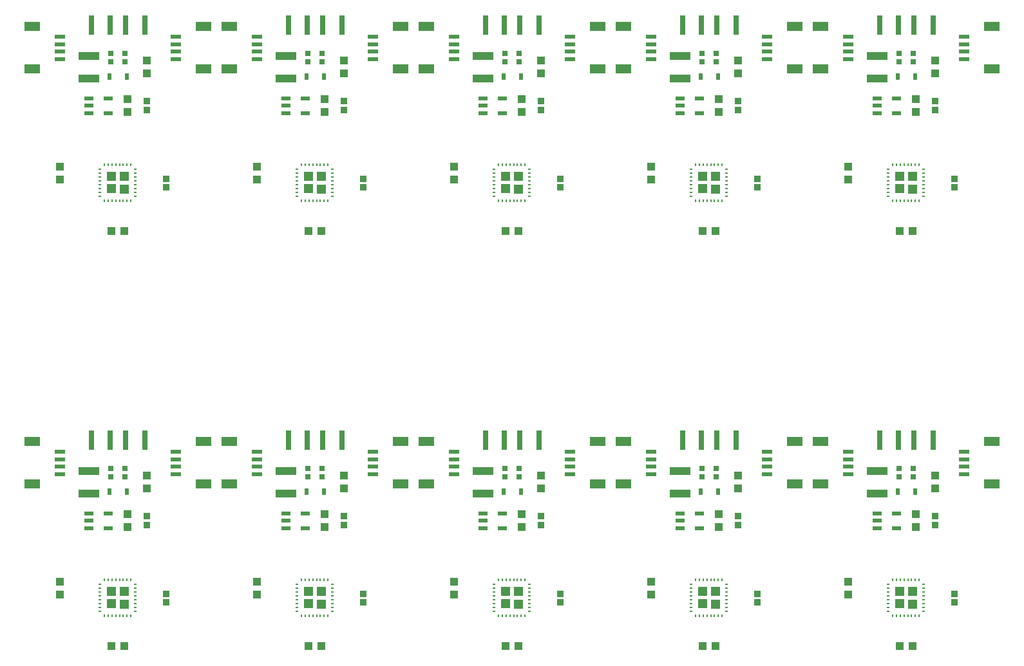
<source format=gtp>
G04 EAGLE Gerber RS-274X export*
G75*
%MOMM*%
%FSLAX34Y34*%
%LPD*%
%INSolderpaste Top*%
%IPPOS*%
%AMOC8*
5,1,8,0,0,1.08239X$1,22.5*%
G01*
%ADD10R,2.000000X1.200000*%
%ADD11R,1.350000X0.600000*%
%ADD12R,1.200000X0.550000*%
%ADD13R,0.900000X0.850000*%
%ADD14R,1.000000X1.100000*%
%ADD15R,0.250000X0.400000*%
%ADD16R,0.400000X0.250000*%
%ADD17R,1.143000X1.143000*%
%ADD18R,0.800000X2.500000*%
%ADD19R,1.100000X1.000000*%
%ADD20R,0.700000X0.700000*%
%ADD21R,0.630000X0.830000*%
%ADD22R,2.800000X1.000000*%


D10*
X239950Y276800D03*
X239950Y332800D03*
D11*
X203200Y289800D03*
X203200Y299800D03*
X203200Y309800D03*
X203200Y319800D03*
D12*
X88599Y238100D03*
X88599Y228600D03*
X88599Y219100D03*
X114601Y219100D03*
X114601Y238100D03*
D13*
X190500Y121200D03*
X190500Y132800D03*
D14*
X139700Y237100D03*
X139700Y220100D03*
X50800Y148200D03*
X50800Y131200D03*
D13*
X165354Y234908D03*
X165354Y223308D03*
D15*
X109100Y150900D03*
X114100Y150900D03*
X119100Y150900D03*
X124100Y150900D03*
X129100Y150900D03*
X134100Y150900D03*
X139100Y150900D03*
X144100Y150900D03*
D16*
X150100Y109900D03*
X150100Y114900D03*
X150100Y119900D03*
X150100Y124900D03*
X150100Y129900D03*
X150100Y134900D03*
X150100Y139900D03*
X150100Y144900D03*
D15*
X144100Y103900D03*
X139100Y103900D03*
X134100Y103900D03*
X129100Y103900D03*
X124100Y103900D03*
X119100Y103900D03*
X114100Y103900D03*
X109100Y103900D03*
D16*
X103100Y144900D03*
X103100Y139900D03*
X103100Y134900D03*
X103100Y129900D03*
X103100Y124900D03*
X103100Y119900D03*
X103100Y114900D03*
X103100Y109900D03*
D17*
X135455Y135425D03*
X135555Y119245D03*
X118515Y135525D03*
X118515Y119345D03*
D18*
X137270Y335000D03*
X116730Y335000D03*
X162508Y335000D03*
X92000Y335000D03*
D10*
X14050Y332800D03*
X14050Y276800D03*
D11*
X50800Y319800D03*
X50800Y309800D03*
X50800Y299800D03*
X50800Y289800D03*
D19*
X135500Y63500D03*
X118500Y63500D03*
D20*
X136150Y297600D03*
X136150Y286600D03*
X117850Y286600D03*
X117850Y297600D03*
D21*
X115500Y266700D03*
X138500Y266700D03*
D14*
X165100Y270900D03*
X165100Y287900D03*
D22*
X88900Y294400D03*
X88900Y264400D03*
D10*
X499030Y276800D03*
X499030Y332800D03*
D11*
X462280Y289800D03*
X462280Y299800D03*
X462280Y309800D03*
X462280Y319800D03*
D12*
X347679Y238100D03*
X347679Y228600D03*
X347679Y219100D03*
X373681Y219100D03*
X373681Y238100D03*
D13*
X449580Y121200D03*
X449580Y132800D03*
D14*
X398780Y237100D03*
X398780Y220100D03*
X309880Y148200D03*
X309880Y131200D03*
D13*
X424434Y234908D03*
X424434Y223308D03*
D15*
X368180Y150900D03*
X373180Y150900D03*
X378180Y150900D03*
X383180Y150900D03*
X388180Y150900D03*
X393180Y150900D03*
X398180Y150900D03*
X403180Y150900D03*
D16*
X409180Y109900D03*
X409180Y114900D03*
X409180Y119900D03*
X409180Y124900D03*
X409180Y129900D03*
X409180Y134900D03*
X409180Y139900D03*
X409180Y144900D03*
D15*
X403180Y103900D03*
X398180Y103900D03*
X393180Y103900D03*
X388180Y103900D03*
X383180Y103900D03*
X378180Y103900D03*
X373180Y103900D03*
X368180Y103900D03*
D16*
X362180Y144900D03*
X362180Y139900D03*
X362180Y134900D03*
X362180Y129900D03*
X362180Y124900D03*
X362180Y119900D03*
X362180Y114900D03*
X362180Y109900D03*
D17*
X394535Y135425D03*
X394635Y119245D03*
X377595Y135525D03*
X377595Y119345D03*
D18*
X396350Y335000D03*
X375810Y335000D03*
X421588Y335000D03*
X351080Y335000D03*
D10*
X273130Y332800D03*
X273130Y276800D03*
D11*
X309880Y319800D03*
X309880Y309800D03*
X309880Y299800D03*
X309880Y289800D03*
D19*
X394580Y63500D03*
X377580Y63500D03*
D20*
X395230Y297600D03*
X395230Y286600D03*
X376930Y286600D03*
X376930Y297600D03*
D21*
X374580Y266700D03*
X397580Y266700D03*
D14*
X424180Y270900D03*
X424180Y287900D03*
D22*
X347980Y294400D03*
X347980Y264400D03*
D10*
X758110Y276800D03*
X758110Y332800D03*
D11*
X721360Y289800D03*
X721360Y299800D03*
X721360Y309800D03*
X721360Y319800D03*
D12*
X606759Y238100D03*
X606759Y228600D03*
X606759Y219100D03*
X632761Y219100D03*
X632761Y238100D03*
D13*
X708660Y121200D03*
X708660Y132800D03*
D14*
X657860Y237100D03*
X657860Y220100D03*
X568960Y148200D03*
X568960Y131200D03*
D13*
X683514Y234908D03*
X683514Y223308D03*
D15*
X627260Y150900D03*
X632260Y150900D03*
X637260Y150900D03*
X642260Y150900D03*
X647260Y150900D03*
X652260Y150900D03*
X657260Y150900D03*
X662260Y150900D03*
D16*
X668260Y109900D03*
X668260Y114900D03*
X668260Y119900D03*
X668260Y124900D03*
X668260Y129900D03*
X668260Y134900D03*
X668260Y139900D03*
X668260Y144900D03*
D15*
X662260Y103900D03*
X657260Y103900D03*
X652260Y103900D03*
X647260Y103900D03*
X642260Y103900D03*
X637260Y103900D03*
X632260Y103900D03*
X627260Y103900D03*
D16*
X621260Y144900D03*
X621260Y139900D03*
X621260Y134900D03*
X621260Y129900D03*
X621260Y124900D03*
X621260Y119900D03*
X621260Y114900D03*
X621260Y109900D03*
D17*
X653615Y135425D03*
X653715Y119245D03*
X636675Y135525D03*
X636675Y119345D03*
D18*
X655430Y335000D03*
X634890Y335000D03*
X680668Y335000D03*
X610160Y335000D03*
D10*
X532210Y332800D03*
X532210Y276800D03*
D11*
X568960Y319800D03*
X568960Y309800D03*
X568960Y299800D03*
X568960Y289800D03*
D19*
X653660Y63500D03*
X636660Y63500D03*
D20*
X654310Y297600D03*
X654310Y286600D03*
X636010Y286600D03*
X636010Y297600D03*
D21*
X633660Y266700D03*
X656660Y266700D03*
D14*
X683260Y270900D03*
X683260Y287900D03*
D22*
X607060Y294400D03*
X607060Y264400D03*
D10*
X1017190Y276800D03*
X1017190Y332800D03*
D11*
X980440Y289800D03*
X980440Y299800D03*
X980440Y309800D03*
X980440Y319800D03*
D12*
X865839Y238100D03*
X865839Y228600D03*
X865839Y219100D03*
X891841Y219100D03*
X891841Y238100D03*
D13*
X967740Y121200D03*
X967740Y132800D03*
D14*
X916940Y237100D03*
X916940Y220100D03*
X828040Y148200D03*
X828040Y131200D03*
D13*
X942594Y234908D03*
X942594Y223308D03*
D15*
X886340Y150900D03*
X891340Y150900D03*
X896340Y150900D03*
X901340Y150900D03*
X906340Y150900D03*
X911340Y150900D03*
X916340Y150900D03*
X921340Y150900D03*
D16*
X927340Y109900D03*
X927340Y114900D03*
X927340Y119900D03*
X927340Y124900D03*
X927340Y129900D03*
X927340Y134900D03*
X927340Y139900D03*
X927340Y144900D03*
D15*
X921340Y103900D03*
X916340Y103900D03*
X911340Y103900D03*
X906340Y103900D03*
X901340Y103900D03*
X896340Y103900D03*
X891340Y103900D03*
X886340Y103900D03*
D16*
X880340Y144900D03*
X880340Y139900D03*
X880340Y134900D03*
X880340Y129900D03*
X880340Y124900D03*
X880340Y119900D03*
X880340Y114900D03*
X880340Y109900D03*
D17*
X912695Y135425D03*
X912795Y119245D03*
X895755Y135525D03*
X895755Y119345D03*
D18*
X914510Y335000D03*
X893970Y335000D03*
X939748Y335000D03*
X869240Y335000D03*
D10*
X791290Y332800D03*
X791290Y276800D03*
D11*
X828040Y319800D03*
X828040Y309800D03*
X828040Y299800D03*
X828040Y289800D03*
D19*
X912740Y63500D03*
X895740Y63500D03*
D20*
X913390Y297600D03*
X913390Y286600D03*
X895090Y286600D03*
X895090Y297600D03*
D21*
X892740Y266700D03*
X915740Y266700D03*
D14*
X942340Y270900D03*
X942340Y287900D03*
D22*
X866140Y294400D03*
X866140Y264400D03*
D10*
X1276270Y276800D03*
X1276270Y332800D03*
D11*
X1239520Y289800D03*
X1239520Y299800D03*
X1239520Y309800D03*
X1239520Y319800D03*
D12*
X1124919Y238100D03*
X1124919Y228600D03*
X1124919Y219100D03*
X1150921Y219100D03*
X1150921Y238100D03*
D13*
X1226820Y121200D03*
X1226820Y132800D03*
D14*
X1176020Y237100D03*
X1176020Y220100D03*
X1087120Y148200D03*
X1087120Y131200D03*
D13*
X1201674Y234908D03*
X1201674Y223308D03*
D15*
X1145420Y150900D03*
X1150420Y150900D03*
X1155420Y150900D03*
X1160420Y150900D03*
X1165420Y150900D03*
X1170420Y150900D03*
X1175420Y150900D03*
X1180420Y150900D03*
D16*
X1186420Y109900D03*
X1186420Y114900D03*
X1186420Y119900D03*
X1186420Y124900D03*
X1186420Y129900D03*
X1186420Y134900D03*
X1186420Y139900D03*
X1186420Y144900D03*
D15*
X1180420Y103900D03*
X1175420Y103900D03*
X1170420Y103900D03*
X1165420Y103900D03*
X1160420Y103900D03*
X1155420Y103900D03*
X1150420Y103900D03*
X1145420Y103900D03*
D16*
X1139420Y144900D03*
X1139420Y139900D03*
X1139420Y134900D03*
X1139420Y129900D03*
X1139420Y124900D03*
X1139420Y119900D03*
X1139420Y114900D03*
X1139420Y109900D03*
D17*
X1171775Y135425D03*
X1171875Y119245D03*
X1154835Y135525D03*
X1154835Y119345D03*
D18*
X1173590Y335000D03*
X1153050Y335000D03*
X1198828Y335000D03*
X1128320Y335000D03*
D10*
X1050370Y332800D03*
X1050370Y276800D03*
D11*
X1087120Y319800D03*
X1087120Y309800D03*
X1087120Y299800D03*
X1087120Y289800D03*
D19*
X1171820Y63500D03*
X1154820Y63500D03*
D20*
X1172470Y297600D03*
X1172470Y286600D03*
X1154170Y286600D03*
X1154170Y297600D03*
D21*
X1151820Y266700D03*
X1174820Y266700D03*
D14*
X1201420Y270900D03*
X1201420Y287900D03*
D22*
X1125220Y294400D03*
X1125220Y264400D03*
D10*
X239950Y822900D03*
X239950Y878900D03*
D11*
X203200Y835900D03*
X203200Y845900D03*
X203200Y855900D03*
X203200Y865900D03*
D12*
X88599Y784200D03*
X88599Y774700D03*
X88599Y765200D03*
X114601Y765200D03*
X114601Y784200D03*
D13*
X190500Y667300D03*
X190500Y678900D03*
D14*
X139700Y783200D03*
X139700Y766200D03*
X50800Y694300D03*
X50800Y677300D03*
D13*
X165354Y781008D03*
X165354Y769408D03*
D15*
X109100Y697000D03*
X114100Y697000D03*
X119100Y697000D03*
X124100Y697000D03*
X129100Y697000D03*
X134100Y697000D03*
X139100Y697000D03*
X144100Y697000D03*
D16*
X150100Y656000D03*
X150100Y661000D03*
X150100Y666000D03*
X150100Y671000D03*
X150100Y676000D03*
X150100Y681000D03*
X150100Y686000D03*
X150100Y691000D03*
D15*
X144100Y650000D03*
X139100Y650000D03*
X134100Y650000D03*
X129100Y650000D03*
X124100Y650000D03*
X119100Y650000D03*
X114100Y650000D03*
X109100Y650000D03*
D16*
X103100Y691000D03*
X103100Y686000D03*
X103100Y681000D03*
X103100Y676000D03*
X103100Y671000D03*
X103100Y666000D03*
X103100Y661000D03*
X103100Y656000D03*
D17*
X135455Y681525D03*
X135555Y665345D03*
X118515Y681625D03*
X118515Y665445D03*
D18*
X137270Y881100D03*
X116730Y881100D03*
X162508Y881100D03*
X92000Y881100D03*
D10*
X14050Y878900D03*
X14050Y822900D03*
D11*
X50800Y865900D03*
X50800Y855900D03*
X50800Y845900D03*
X50800Y835900D03*
D19*
X135500Y609600D03*
X118500Y609600D03*
D20*
X136150Y843700D03*
X136150Y832700D03*
X117850Y832700D03*
X117850Y843700D03*
D21*
X115500Y812800D03*
X138500Y812800D03*
D14*
X165100Y817000D03*
X165100Y834000D03*
D22*
X88900Y840500D03*
X88900Y810500D03*
D10*
X499030Y822900D03*
X499030Y878900D03*
D11*
X462280Y835900D03*
X462280Y845900D03*
X462280Y855900D03*
X462280Y865900D03*
D12*
X347679Y784200D03*
X347679Y774700D03*
X347679Y765200D03*
X373681Y765200D03*
X373681Y784200D03*
D13*
X449580Y667300D03*
X449580Y678900D03*
D14*
X398780Y783200D03*
X398780Y766200D03*
X309880Y694300D03*
X309880Y677300D03*
D13*
X424434Y781008D03*
X424434Y769408D03*
D15*
X368180Y697000D03*
X373180Y697000D03*
X378180Y697000D03*
X383180Y697000D03*
X388180Y697000D03*
X393180Y697000D03*
X398180Y697000D03*
X403180Y697000D03*
D16*
X409180Y656000D03*
X409180Y661000D03*
X409180Y666000D03*
X409180Y671000D03*
X409180Y676000D03*
X409180Y681000D03*
X409180Y686000D03*
X409180Y691000D03*
D15*
X403180Y650000D03*
X398180Y650000D03*
X393180Y650000D03*
X388180Y650000D03*
X383180Y650000D03*
X378180Y650000D03*
X373180Y650000D03*
X368180Y650000D03*
D16*
X362180Y691000D03*
X362180Y686000D03*
X362180Y681000D03*
X362180Y676000D03*
X362180Y671000D03*
X362180Y666000D03*
X362180Y661000D03*
X362180Y656000D03*
D17*
X394535Y681525D03*
X394635Y665345D03*
X377595Y681625D03*
X377595Y665445D03*
D18*
X396350Y881100D03*
X375810Y881100D03*
X421588Y881100D03*
X351080Y881100D03*
D10*
X273130Y878900D03*
X273130Y822900D03*
D11*
X309880Y865900D03*
X309880Y855900D03*
X309880Y845900D03*
X309880Y835900D03*
D19*
X394580Y609600D03*
X377580Y609600D03*
D20*
X395230Y843700D03*
X395230Y832700D03*
X376930Y832700D03*
X376930Y843700D03*
D21*
X374580Y812800D03*
X397580Y812800D03*
D14*
X424180Y817000D03*
X424180Y834000D03*
D22*
X347980Y840500D03*
X347980Y810500D03*
D10*
X758110Y822900D03*
X758110Y878900D03*
D11*
X721360Y835900D03*
X721360Y845900D03*
X721360Y855900D03*
X721360Y865900D03*
D12*
X606759Y784200D03*
X606759Y774700D03*
X606759Y765200D03*
X632761Y765200D03*
X632761Y784200D03*
D13*
X708660Y667300D03*
X708660Y678900D03*
D14*
X657860Y783200D03*
X657860Y766200D03*
X568960Y694300D03*
X568960Y677300D03*
D13*
X683514Y781008D03*
X683514Y769408D03*
D15*
X627260Y697000D03*
X632260Y697000D03*
X637260Y697000D03*
X642260Y697000D03*
X647260Y697000D03*
X652260Y697000D03*
X657260Y697000D03*
X662260Y697000D03*
D16*
X668260Y656000D03*
X668260Y661000D03*
X668260Y666000D03*
X668260Y671000D03*
X668260Y676000D03*
X668260Y681000D03*
X668260Y686000D03*
X668260Y691000D03*
D15*
X662260Y650000D03*
X657260Y650000D03*
X652260Y650000D03*
X647260Y650000D03*
X642260Y650000D03*
X637260Y650000D03*
X632260Y650000D03*
X627260Y650000D03*
D16*
X621260Y691000D03*
X621260Y686000D03*
X621260Y681000D03*
X621260Y676000D03*
X621260Y671000D03*
X621260Y666000D03*
X621260Y661000D03*
X621260Y656000D03*
D17*
X653615Y681525D03*
X653715Y665345D03*
X636675Y681625D03*
X636675Y665445D03*
D18*
X655430Y881100D03*
X634890Y881100D03*
X680668Y881100D03*
X610160Y881100D03*
D10*
X532210Y878900D03*
X532210Y822900D03*
D11*
X568960Y865900D03*
X568960Y855900D03*
X568960Y845900D03*
X568960Y835900D03*
D19*
X653660Y609600D03*
X636660Y609600D03*
D20*
X654310Y843700D03*
X654310Y832700D03*
X636010Y832700D03*
X636010Y843700D03*
D21*
X633660Y812800D03*
X656660Y812800D03*
D14*
X683260Y817000D03*
X683260Y834000D03*
D22*
X607060Y840500D03*
X607060Y810500D03*
D10*
X1017190Y822900D03*
X1017190Y878900D03*
D11*
X980440Y835900D03*
X980440Y845900D03*
X980440Y855900D03*
X980440Y865900D03*
D12*
X865839Y784200D03*
X865839Y774700D03*
X865839Y765200D03*
X891841Y765200D03*
X891841Y784200D03*
D13*
X967740Y667300D03*
X967740Y678900D03*
D14*
X916940Y783200D03*
X916940Y766200D03*
X828040Y694300D03*
X828040Y677300D03*
D13*
X942594Y781008D03*
X942594Y769408D03*
D15*
X886340Y697000D03*
X891340Y697000D03*
X896340Y697000D03*
X901340Y697000D03*
X906340Y697000D03*
X911340Y697000D03*
X916340Y697000D03*
X921340Y697000D03*
D16*
X927340Y656000D03*
X927340Y661000D03*
X927340Y666000D03*
X927340Y671000D03*
X927340Y676000D03*
X927340Y681000D03*
X927340Y686000D03*
X927340Y691000D03*
D15*
X921340Y650000D03*
X916340Y650000D03*
X911340Y650000D03*
X906340Y650000D03*
X901340Y650000D03*
X896340Y650000D03*
X891340Y650000D03*
X886340Y650000D03*
D16*
X880340Y691000D03*
X880340Y686000D03*
X880340Y681000D03*
X880340Y676000D03*
X880340Y671000D03*
X880340Y666000D03*
X880340Y661000D03*
X880340Y656000D03*
D17*
X912695Y681525D03*
X912795Y665345D03*
X895755Y681625D03*
X895755Y665445D03*
D18*
X914510Y881100D03*
X893970Y881100D03*
X939748Y881100D03*
X869240Y881100D03*
D10*
X791290Y878900D03*
X791290Y822900D03*
D11*
X828040Y865900D03*
X828040Y855900D03*
X828040Y845900D03*
X828040Y835900D03*
D19*
X912740Y609600D03*
X895740Y609600D03*
D20*
X913390Y843700D03*
X913390Y832700D03*
X895090Y832700D03*
X895090Y843700D03*
D21*
X892740Y812800D03*
X915740Y812800D03*
D14*
X942340Y817000D03*
X942340Y834000D03*
D22*
X866140Y840500D03*
X866140Y810500D03*
D10*
X1276270Y822900D03*
X1276270Y878900D03*
D11*
X1239520Y835900D03*
X1239520Y845900D03*
X1239520Y855900D03*
X1239520Y865900D03*
D12*
X1124919Y784200D03*
X1124919Y774700D03*
X1124919Y765200D03*
X1150921Y765200D03*
X1150921Y784200D03*
D13*
X1226820Y667300D03*
X1226820Y678900D03*
D14*
X1176020Y783200D03*
X1176020Y766200D03*
X1087120Y694300D03*
X1087120Y677300D03*
D13*
X1201674Y781008D03*
X1201674Y769408D03*
D15*
X1145420Y697000D03*
X1150420Y697000D03*
X1155420Y697000D03*
X1160420Y697000D03*
X1165420Y697000D03*
X1170420Y697000D03*
X1175420Y697000D03*
X1180420Y697000D03*
D16*
X1186420Y656000D03*
X1186420Y661000D03*
X1186420Y666000D03*
X1186420Y671000D03*
X1186420Y676000D03*
X1186420Y681000D03*
X1186420Y686000D03*
X1186420Y691000D03*
D15*
X1180420Y650000D03*
X1175420Y650000D03*
X1170420Y650000D03*
X1165420Y650000D03*
X1160420Y650000D03*
X1155420Y650000D03*
X1150420Y650000D03*
X1145420Y650000D03*
D16*
X1139420Y691000D03*
X1139420Y686000D03*
X1139420Y681000D03*
X1139420Y676000D03*
X1139420Y671000D03*
X1139420Y666000D03*
X1139420Y661000D03*
X1139420Y656000D03*
D17*
X1171775Y681525D03*
X1171875Y665345D03*
X1154835Y681625D03*
X1154835Y665445D03*
D18*
X1173590Y881100D03*
X1153050Y881100D03*
X1198828Y881100D03*
X1128320Y881100D03*
D10*
X1050370Y878900D03*
X1050370Y822900D03*
D11*
X1087120Y865900D03*
X1087120Y855900D03*
X1087120Y845900D03*
X1087120Y835900D03*
D19*
X1171820Y609600D03*
X1154820Y609600D03*
D20*
X1172470Y843700D03*
X1172470Y832700D03*
X1154170Y832700D03*
X1154170Y843700D03*
D21*
X1151820Y812800D03*
X1174820Y812800D03*
D14*
X1201420Y817000D03*
X1201420Y834000D03*
D22*
X1125220Y840500D03*
X1125220Y810500D03*
M02*

</source>
